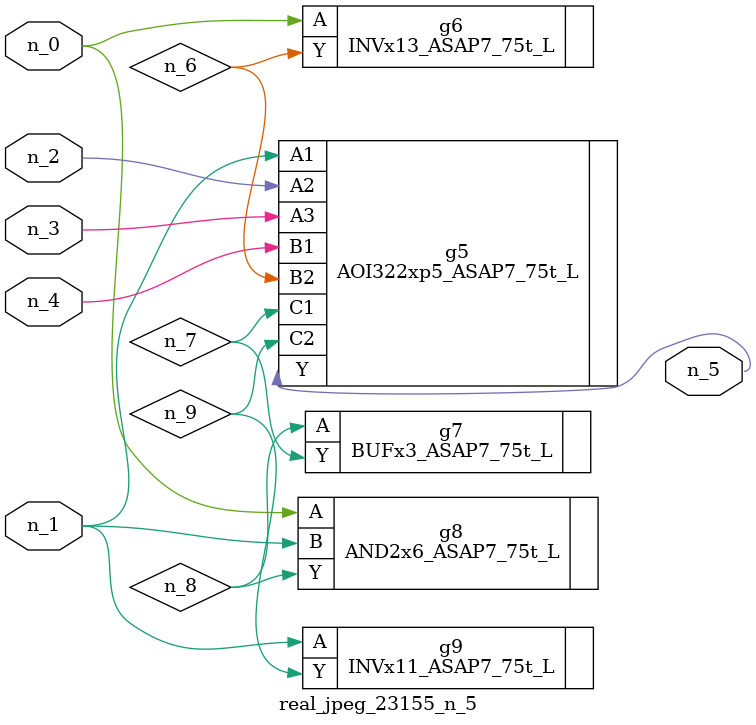
<source format=v>
module real_jpeg_23155_n_5 (n_4, n_0, n_1, n_2, n_3, n_5);

input n_4;
input n_0;
input n_1;
input n_2;
input n_3;

output n_5;

wire n_8;
wire n_6;
wire n_7;
wire n_9;

INVx13_ASAP7_75t_L g6 ( 
.A(n_0),
.Y(n_6)
);

AND2x6_ASAP7_75t_L g8 ( 
.A(n_0),
.B(n_1),
.Y(n_8)
);

AOI322xp5_ASAP7_75t_L g5 ( 
.A1(n_1),
.A2(n_2),
.A3(n_3),
.B1(n_4),
.B2(n_6),
.C1(n_7),
.C2(n_9),
.Y(n_5)
);

INVx11_ASAP7_75t_L g9 ( 
.A(n_1),
.Y(n_9)
);

BUFx3_ASAP7_75t_L g7 ( 
.A(n_8),
.Y(n_7)
);


endmodule
</source>
